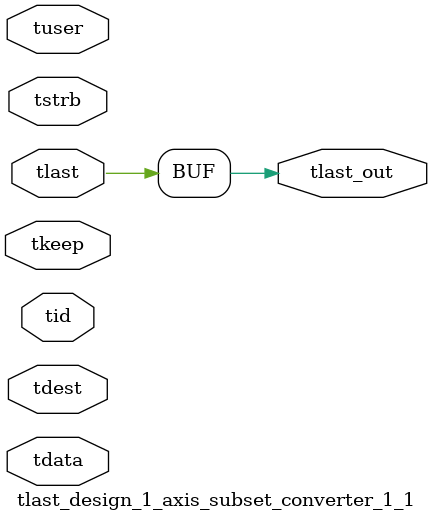
<source format=v>


`timescale 1ps/1ps

module tlast_design_1_axis_subset_converter_1_1 #
(
parameter C_S_AXIS_TID_WIDTH   = 1,
parameter C_S_AXIS_TUSER_WIDTH = 0,
parameter C_S_AXIS_TDATA_WIDTH = 0,
parameter C_S_AXIS_TDEST_WIDTH = 0
)
(
input  [(C_S_AXIS_TID_WIDTH   == 0 ? 1 : C_S_AXIS_TID_WIDTH)-1:0       ] tid,
input  [(C_S_AXIS_TDATA_WIDTH == 0 ? 1 : C_S_AXIS_TDATA_WIDTH)-1:0     ] tdata,
input  [(C_S_AXIS_TUSER_WIDTH == 0 ? 1 : C_S_AXIS_TUSER_WIDTH)-1:0     ] tuser,
input  [(C_S_AXIS_TDEST_WIDTH == 0 ? 1 : C_S_AXIS_TDEST_WIDTH)-1:0     ] tdest,
input  [(C_S_AXIS_TDATA_WIDTH/8)-1:0 ] tkeep,
input  [(C_S_AXIS_TDATA_WIDTH/8)-1:0 ] tstrb,
input  [0:0]                                                             tlast,
output                                                                   tlast_out
);

assign tlast_out = {tlast};

endmodule


</source>
